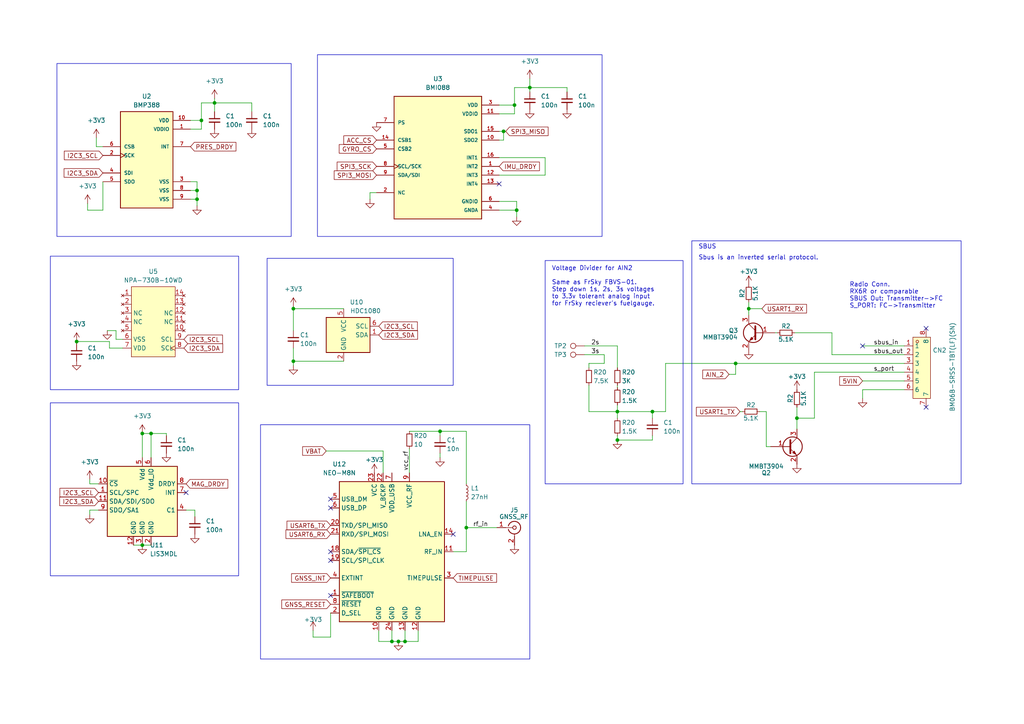
<source format=kicad_sch>
(kicad_sch (version 20230121) (generator eeschema)
  (paper "A4")
  (lib_symbols
    (symbol "Connector:Conn_Coaxial" (pin_names (offset 1.016) hide)
      (property "Reference" "J" (at 0.254 3.048 0))
      (property "Value" "Conn_Coaxial" (at 2.921 0 90))
      (symbol "Conn_Coaxial_0_1"
        (arc (start -1.778 -0.508) (mid 0.2311 -1.8066) (end 1.778 0) (stroke (width 0.254)))
        (polyline (pts (xy -2.54 0) (xy -0.508 0)))
        (polyline (pts (xy 0 -2.54) (xy 0 -1.778)))
        (circle (center 0 0) (radius 0.508) (stroke (width 0.2032)))
        (arc (start 1.778 0) (mid 0.2099 1.8101) (end -1.778 0.508) (stroke (width 0.254)))
      )
      (symbol "Conn_Coaxial_1_1"
        (pin passive line (at -5.08 0 0) (length 2.54) (name "In") (number "1"))
        (pin passive line (at 0 -5.08 90) (length 2.54) (name "Ext") (number "2"))
      )
    )
    (symbol "Connector:TestPoint" (pin_numbers hide) (pin_names (offset 0.762) hide)
      (property "Reference" "TP" (at 0 6.858 0))
      (property "Value" "TestPoint" (at 0 5.08 0))
      (symbol "TestPoint_0_1"
        (circle (center 0 3.302) (radius 0.762))
      )
      (symbol "TestPoint_1_1"
        (pin passive line (at 0 0 90) (length 2.54) (name "1") (number "1"))
      )
    )
    (symbol "Custom3:BMI088" (pin_names (offset 1.016))
      (property "Reference" "U" (at -12.7 18.415 0))
      (property "Value" "BMI088" (at -12.7 -20.32 0))
      (symbol "BMI088_0_0"
        (rectangle (start -12.7 -17.78) (end 12.7 17.78) (stroke (width 0.254)) (fill (type background)))
        (pin bidirectional line (at 17.78 -2.54 180) (length 5.08) (name "INT2") (number "1"))
        (pin output line (at 17.78 5.08 180) (length 5.08) (name "SDO2") (number "10"))
        (pin power_in line (at 17.78 12.7 180) (length 5.08) (name "VDDIO") (number "11"))
        (pin bidirectional line (at 17.78 -5.08 180) (length 5.08) (name "INT3") (number "12"))
        (pin bidirectional line (at 17.78 -7.62 180) (length 5.08) (name "INT4") (number "13"))
        (pin input line (at -17.78 5.08 0) (length 5.08) (name "CSB1") (number "14"))
        (pin output line (at 17.78 7.62 180) (length 5.08) (name "SDO1") (number "15"))
        (pin bidirectional line (at 17.78 0 180) (length 5.08) (name "INT1") (number "16"))
        (pin passive line (at -17.78 -10.16 0) (length 5.08) (name "NC") (number "2"))
        (pin power_in line (at 17.78 15.24 180) (length 5.08) (name "VDD") (number "3"))
        (pin power_in line (at 17.78 -15.24 180) (length 5.08) (name "GNDA") (number "4"))
        (pin input line (at -17.78 2.54 0) (length 5.08) (name "CSB2") (number "5"))
        (pin power_in line (at 17.78 -12.7 180) (length 5.08) (name "GNDIO") (number "6"))
        (pin input line (at -17.78 10.16 0) (length 5.08) (name "PS") (number "7"))
        (pin input clock (at -17.78 -2.54 0) (length 5.08) (name "SCL/SCK") (number "8"))
        (pin bidirectional line (at -17.78 -5.08 0) (length 5.08) (name "SDA/SDI") (number "9"))
      )
    )
    (symbol "Custom3:BMP388" (pin_names (offset 1.016))
      (property "Reference" "U" (at -7.6281 15.2562 0))
      (property "Value" "BMP388" (at -7.6268 -15.2536 0))
      (symbol "BMP388_0_0"
        (rectangle (start -7.62 15.24) (end 7.62 -12.7) (stroke (width 0.254)) (fill (type background)))
        (pin power_in line (at 12.7 10.16 180) (length 5.08) (name "VDDIO") (number "1"))
        (pin power_in line (at 12.7 12.7 180) (length 5.08) (name "VDD") (number "10"))
        (pin input clock (at -12.7 2.54 0) (length 5.08) (name "SCK") (number "2"))
        (pin power_in line (at 12.7 -5.08 180) (length 5.08) (name "VSS") (number "3"))
        (pin bidirectional line (at -12.7 -2.54 0) (length 5.08) (name "SDI") (number "4"))
        (pin bidirectional line (at -12.7 -5.08 0) (length 5.08) (name "SDO") (number "5"))
        (pin input line (at -12.7 5.08 0) (length 5.08) (name "CSB") (number "6"))
        (pin output line (at 12.7 5.08 180) (length 5.08) (name "INT") (number "7"))
        (pin power_in line (at 12.7 -7.62 180) (length 5.08) (name "VSS") (number "8"))
        (pin power_in line (at 12.7 -10.16 180) (length 5.08) (name "VSS") (number "9"))
      )
    )
    (symbol "Device:C_Small" (pin_numbers hide) (pin_names (offset 0.254) hide)
      (property "Reference" "C" (at 0.254 1.778 0))
      (property "Value" "C_Small" (at 0.254 -2.032 0))
      (symbol "C_Small_0_1"
        (polyline (pts (xy -1.524 -0.508) (xy 1.524 -0.508)) (stroke (width 0.3302)))
        (polyline (pts (xy -1.524 0.508) (xy 1.524 0.508)) (stroke (width 0.3048)))
      )
      (symbol "C_Small_1_1"
        (pin passive line (at 0 2.54 270) (length 2.032) (name "~") (number "1"))
        (pin passive line (at 0 -2.54 90) (length 2.032) (name "~") (number "2"))
      )
    )
    (symbol "Device:L_Small" (pin_numbers hide) (pin_names (offset 0.254) hide)
      (property "Reference" "L" (at 0.762 1.016 0))
      (property "Value" "L_Small" (at 0.762 -1.016 0))
      (symbol "L_Small_0_1"
        (arc (start 0 -2.032) (mid 0.5058 -1.524) (end 0 -1.016))
        (arc (start 0 -1.016) (mid 0.5058 -0.508) (end 0 0))
        (arc (start 0 0) (mid 0.5058 0.508) (end 0 1.016))
        (arc (start 0 1.016) (mid 0.5058 1.524) (end 0 2.032))
      )
      (symbol "L_Small_1_1"
        (pin passive line (at 0 2.54 270) (length 0.508) (name "~") (number "1"))
        (pin passive line (at 0 -2.54 90) (length 0.508) (name "~") (number "2"))
      )
    )
    (symbol "Device:R_Small" (pin_numbers hide) (pin_names (offset 0.254) hide)
      (property "Reference" "R" (at 0.762 0.508 0))
      (property "Value" "R_Small" (at 0.762 -1.016 0))
      (symbol "R_Small_0_1"
        (rectangle (start -0.762 1.778) (end 0.762 -1.778) (stroke (width 0.2032)))
      )
      (symbol "R_Small_1_1"
        (pin passive line (at 0 2.54 270) (length 0.762) (name "~") (number "1"))
        (pin passive line (at 0 -2.54 90) (length 0.762) (name "~") (number "2"))
      )
    )
    (symbol "LCSC:BM06B-SRSS-TBT(LF)(SN)"
      (property "Reference" "CN" (at 0 16.51 0))
      (property "Value" "BM06B-SRSS-TBT(LF)(SN)" (at 0 -16.51 0))
      (symbol "BM06B-SRSS-TBT(LF)(SN)_0_1"
        (rectangle (start -1.27 8.89) (end 3.81 -8.89) (fill (type background)))
        (circle (center 0 7.62) (radius 0.38))
        (pin unspecified line (at -3.81 6.35 0) (length 2.54) (name "1") (number "1"))
        (pin unspecified line (at -3.81 3.81 0) (length 2.54) (name "2") (number "2"))
        (pin unspecified line (at -3.81 1.27 0) (length 2.54) (name "3") (number "3"))
        (pin unspecified line (at -3.81 -1.27 0) (length 2.54) (name "4") (number "4"))
        (pin unspecified line (at -3.81 -3.81 0) (length 2.54) (name "5") (number "5"))
        (pin unspecified line (at -3.81 -6.35 0) (length 2.54) (name "6") (number "6"))
        (pin unspecified line (at 2.54 -11.43 90) (length 2.54) (name "7") (number "7"))
        (pin unspecified line (at 2.54 11.43 270) (length 2.54) (name "8") (number "8"))
      )
    )
    (symbol "RF_GPS:NEO-M8N"
      (property "Reference" "U" (at -13.97 21.59 0))
      (property "Value" "NEO-M8N" (at 11.43 21.59 0))
      (symbol "NEO-M8N_0_1"
        (rectangle (start -15.24 20.32) (end 15.24 -20.32) (stroke (width 0.254)) (fill (type background)))
      )
      (symbol "NEO-M8N_1_1"
        (pin input line (at -17.78 -12.7 0) (length 2.54) (name "~{SAFEBOOT}") (number "1"))
        (pin power_in line (at -3.81 -22.86 90) (length 2.54) (name "GND") (number "10"))
        (pin input line (at 17.78 0 180) (length 2.54) (name "RF_IN") (number "11"))
        (pin power_in line (at 7.62 -22.86 90) (length 2.54) (name "GND") (number "12"))
        (pin power_in line (at 3.81 -22.86 90) (length 2.54) (name "GND") (number "13"))
        (pin output line (at 17.78 5.08 180) (length 2.54) (name "LNA_EN") (number "14"))
        (pin no_connect line (at 15.24 -10.16 180) (length 2.54) hide (name "RESERVED") (number "15"))
        (pin no_connect line (at 15.24 -12.7 180) (length 2.54) hide (name "RESERVED") (number "16"))
        (pin no_connect line (at 15.24 -15.24 180) (length 2.54) hide (name "RESERVED") (number "17"))
        (pin bidirectional line (at -17.78 0 0) (length 2.54) (name "SDA/~{SPI_CS}") (number "18"))
        (pin input line (at -17.78 -2.54 0) (length 2.54) (name "SCL/SPI_CLK") (number "19"))
        (pin input line (at -17.78 -17.78 0) (length 2.54) (name "D_SEL") (number "2"))
        (pin output line (at -17.78 7.62 0) (length 2.54) (name "TXD/SPI_MISO") (number "20"))
        (pin input line (at -17.78 5.08 0) (length 2.54) (name "RXD/SPI_MOSI") (number "21"))
        (pin power_in line (at -2.54 22.86 270) (length 2.54) (name "V_BCKP") (number "22"))
        (pin power_in line (at -5.08 22.86 270) (length 2.54) (name "VCC") (number "23"))
        (pin power_in line (at 0 -22.86 90) (length 2.54) (name "GND") (number "24"))
        (pin output line (at 17.78 -7.62 180) (length 2.54) (name "TIMEPULSE") (number "3"))
        (pin input line (at -17.78 -7.62 0) (length 2.54) (name "EXTINT") (number "4"))
        (pin bidirectional line (at -17.78 15.24 0) (length 2.54) (name "USB_DM") (number "5"))
        (pin bidirectional line (at -17.78 12.7 0) (length 2.54) (name "USB_DP") (number "6"))
        (pin power_in line (at 0 22.86 270) (length 2.54) (name "VDD_USB") (number "7"))
        (pin input line (at -17.78 -15.24 0) (length 2.54) (name "~{RESET}") (number "8"))
        (pin power_out line (at 5.08 22.86 270) (length 2.54) (name "VCC_RF") (number "9"))
      )
    )
    (symbol "Sensor_Humidity:HDC1080"
      (property "Reference" "U" (at -6.35 6.35 0))
      (property "Value" "HDC1080" (at 3.81 6.35 0))
      (symbol "HDC1080_0_1"
        (rectangle (start -7.62 5.08) (end 5.08 -5.08) (stroke (width 0.254)) (fill (type background)))
      )
      (symbol "HDC1080_1_1"
        (pin bidirectional line (at 7.62 0 180) (length 2.54) (name "SDA") (number "1"))
        (pin power_in line (at -2.54 -7.62 90) (length 2.54) (name "GND") (number "2"))
        (pin no_connect line (at -7.62 0 0) (length 2.54) hide (name "NC") (number "3"))
        (pin no_connect line (at -7.62 -2.54 0) (length 2.54) hide (name "NC") (number "4"))
        (pin power_in line (at -2.54 7.62 270) (length 2.54) (name "VCC") (number "5"))
        (pin input line (at 7.62 2.54 180) (length 2.54) (name "SCL") (number "6"))
        (pin no_connect line (at -7.62 2.54 0) (length 2.54) hide (name "DAP") (number "7"))
      )
    )
    (symbol "Sensor_Magnetic:LIS3MDL"
      (property "Reference" "U11" (at 2.1941 -12.7 0))
      (property "Value" "LIS3MDL" (at 2.1941 -15.24 0))
      (symbol "LIS3MDL_0_1"
        (rectangle (start -10.16 10.16) (end 10.16 -10.16) (stroke (width 0.254)) (fill (type background)))
      )
      (symbol "LIS3MDL_1_1"
        (pin input line (at -12.7 2.54 0) (length 2.54) (name "SCL/SPC") (number "1"))
        (pin input line (at -12.7 5.08 0) (length 2.54) (name "~{CS}") (number "10"))
        (pin bidirectional line (at -12.7 0 0) (length 2.54) (name "SDA/SDI/SDO") (number "11"))
        (pin passive line (at -2.54 -12.7 90) (length 2.54) (name "GND") (number "12"))
        (pin passive line (at 2.54 -12.7 90) (length 2.54) (name "GND") (number "2"))
        (pin power_in line (at 0 -12.7 90) (length 2.54) (name "GND") (number "3"))
        (pin power_out line (at 12.7 -2.54 180) (length 2.54) (name "C1") (number "4"))
        (pin power_in line (at 0 12.7 270) (length 2.54) (name "Vdd") (number "5"))
        (pin power_in line (at 2.54 12.7 270) (length 2.54) (name "Vdd_IO") (number "6"))
        (pin output line (at 12.7 2.54 180) (length 2.54) (name "INT") (number "7"))
        (pin output line (at 12.7 5.08 180) (length 2.54) (name "DRDY") (number "8"))
        (pin bidirectional line (at -12.7 -2.54 0) (length 2.54) (name "SDO/SA1") (number "9"))
      )
    )
    (symbol "Sensor_Pressure:NPA-730B-10WD"
      (property "Reference" "U5" (at 0 13.97 0))
      (property "Value" "NPA-730B-10WD" (at 0 11.43 0))
      (symbol "NPA-730B-10WD_1_1"
        (rectangle (start -6.35 10.16) (end 6.35 -10.16) (fill (type background)))
        (pin no_connect line (at -8.89 7.62 0) (length 2.54) (name "") (number "1"))
        (pin no_connect line (at 8.89 -2.54 180) (length 2.54) (name "") (number "10"))
        (pin no_connect line (at 8.89 0 180) (length 2.54) (name "NC") (number "11"))
        (pin no_connect line (at 8.89 2.54 180) (length 2.54) (name "NC") (number "12"))
        (pin no_connect line (at 8.89 5.08 180) (length 2.54) (name "") (number "13"))
        (pin no_connect line (at 8.89 7.62 180) (length 2.54) (name "") (number "14"))
        (pin no_connect line (at -8.89 5.08 0) (length 2.54) (name "") (number "2"))
        (pin no_connect line (at -8.89 2.54 0) (length 2.54) (name "NC") (number "3"))
        (pin no_connect line (at -8.89 0 0) (length 2.54) (name "NC") (number "4"))
        (pin no_connect line (at -8.89 -2.54 0) (length 2.54) (name "") (number "5"))
        (pin power_in line (at -8.89 -5.08 0) (length 2.54) (name "VSS") (number "6"))
        (pin power_in line (at -8.89 -7.62 0) (length 2.54) (name "VDD") (number "7"))
        (pin input clock (at 8.89 -7.62 180) (length 2.54) (name "SCL") (number "8"))
        (pin input line (at 8.89 -5.08 180) (length 2.54) (name "SCL") (number "9"))
      )
    )
    (symbol "Transistor_BJT:MMBT3904" (pin_names (offset 0) hide)
      (property "Reference" "Q" (at 5.08 1.905 0))
      (property "Value" "MMBT3904" (at 5.08 0 0))
      (symbol "MMBT3904_0_1"
        (polyline (pts (xy 0.635 0.635) (xy 2.54 2.54)))
        (polyline (pts (xy 0.635 -0.635) (xy 2.54 -2.54) (xy 2.54 -2.54)))
        (polyline (pts (xy 0.635 1.905) (xy 0.635 -1.905) (xy 0.635 -1.905)) (stroke (width 0.508)))
        (polyline (pts (xy 1.27 -1.778) (xy 1.778 -1.27) (xy 2.286 -2.286) (xy 1.27 -1.778) (xy 1.27 -1.778)) (fill (type outline)))
        (circle (center 1.27 0) (radius 2.8194) (stroke (width 0.254)))
      )
      (symbol "MMBT3904_1_1"
        (pin input line (at -5.08 0 0) (length 5.715) (name "B") (number "1"))
        (pin passive line (at 2.54 -5.08 90) (length 2.54) (name "E") (number "2"))
        (pin passive line (at 2.54 5.08 270) (length 2.54) (name "C") (number "3"))
      )
    )
    (symbol "power:+3V3" (power) (pin_names (offset 0))
      (property "Value" "+3V3" (at 0 3.556 0))
      (symbol "+3V3_0_1"
        (polyline (pts (xy -0.762 1.27) (xy 0 2.54)))
        (polyline (pts (xy 0 0) (xy 0 2.54)))
        (polyline (pts (xy 0 2.54) (xy 0.762 1.27)))
      )
      (symbol "+3V3_1_1"
        (pin power_in line (at 0 0 90) (length 0) hide (name "+3V3") (number "1"))
      )
    )
    (symbol "power:GND" (power) (pin_names (offset 0))
      (property "Value" "GND" (at 0 -3.81 0))
      (symbol "GND_0_1"
        (polyline (pts (xy 0 0) (xy 0 -1.27) (xy 1.27 -1.27) (xy 0 -2.54) (xy -1.27 -1.27) (xy 0 -1.27)))
      )
      (symbol "GND_1_1"
        (pin power_in line (at 0 0 270) (length 0) hide (name "GND") (number "1"))
      )
    )
  )
  (junction (at 85.09 89.535))
  (junction (at 22.225 99.06))
  (junction (at 146.05 38.1))
  (junction (at 117.475 186.055))
  (junction (at 113.665 186.055))
  (junction (at 115.57 186.055))
  (junction (at 57.15 57.785))
  (junction (at 179.07 119.38))
  (junction (at 213.36 105.41))
  (junction (at 41.275 158.115))
  (junction (at 153.67 25.4))
  (junction (at 135.255 153.035))
  (junction (at 43.815 125.73))
  (junction (at 41.275 125.73))
  (junction (at 149.86 60.96))
  (junction (at 58.42 34.925))
  (junction (at 57.15 55.245))
  (junction (at 149.225 30.48))
  (junction (at 62.23 29.845))
  (junction (at 231.14 121.285))
  (junction (at 85.09 104.775))
  (junction (at 127.635 125.095))
  (junction (at 217.17 89.535))
  (junction (at 179.07 127.635))
  (junction (at 189.23 119.38))
  (no_connect (at 268.605 95.25))
  (no_connect (at 95.885 144.78))
  (no_connect (at 53.975 142.875))
  (no_connect (at 95.885 162.56))
  (no_connect (at 95.885 160.02))
  (no_connect (at 95.885 147.32))
  (no_connect (at 95.885 172.72))
  (no_connect (at 144.78 53.34))
  (no_connect (at 250.19 100.33))
  (no_connect (at 131.445 154.94))
  (no_connect (at 268.605 118.11))
  (wire (pts (xy 153.67 25.4) (xy 164.465 25.4)))
  (wire (pts (xy 250.19 113.03) (xy 262.255 113.03)))
  (wire (pts (xy 109.855 186.055) (xy 113.665 186.055)))
  (wire (pts (xy 164.465 25.4) (xy 164.465 26.67)))
  (wire (pts (xy 149.225 30.48) (xy 149.225 33.02)))
  (wire (pts (xy 211.455 108.585) (xy 213.36 108.585)))
  (wire (pts (xy 31.75 100.965) (xy 31.75 99.06)))
  (wire (pts (xy 109.22 55.88) (xy 107.315 55.88)))
  (wire (pts (xy 217.17 89.535) (xy 217.17 87.63)))
  (wire (pts (xy 158.115 50.8) (xy 158.115 45.72)))
  (wire (pts (xy 118.745 125.095) (xy 127.635 125.095)))
  (wire (pts (xy 118.745 130.175) (xy 118.745 137.16)))
  (wire (pts (xy 121.285 186.055) (xy 121.285 182.88)))
  (wire (pts (xy 146.05 40.64) (xy 146.05 38.1)))
  (wire (pts (xy 33.655 98.425) (xy 33.655 95.885)))
  (wire (pts (xy 179.07 111.76) (xy 179.07 112.395)))
  (wire (pts (xy 236.22 107.95) (xy 236.22 121.285)))
  (wire (pts (xy 113.665 182.88) (xy 113.665 186.055)))
  (wire (pts (xy 62.23 29.845) (xy 73.025 29.845)))
  (wire (pts (xy 95.885 184.785) (xy 90.805 184.785)))
  (wire (pts (xy 144.78 30.48) (xy 149.225 30.48)))
  (wire (pts (xy 189.23 119.38) (xy 193.04 119.38)))
  (wire (pts (xy 144.78 38.1) (xy 146.05 38.1)))
  (wire (pts (xy 175.26 102.87) (xy 169.545 102.87)))
  (wire (pts (xy 94.615 130.81) (xy 111.125 130.81)))
  (wire (pts (xy 158.115 45.72) (xy 144.78 45.72)))
  (wire (pts (xy 149.225 25.4) (xy 153.67 25.4)))
  (wire (pts (xy 62.23 28.575) (xy 62.23 29.845)))
  (wire (pts (xy 149.86 58.42) (xy 149.86 60.96)))
  (wire (pts (xy 55.245 57.785) (xy 57.15 57.785)))
  (wire (pts (xy 43.815 125.73) (xy 43.815 132.715)))
  (wire (pts (xy 26.035 147.955) (xy 26.035 149.225)))
  (wire (pts (xy 55.245 55.245) (xy 57.15 55.245)))
  (wire (pts (xy 241.3 102.87) (xy 241.3 96.52)))
  (wire (pts (xy 28.575 147.955) (xy 26.035 147.955)))
  (wire (pts (xy 220.345 119.38) (xy 222.25 119.38)))
  (wire (pts (xy 56.515 149.86) (xy 56.515 147.955)))
  (wire (pts (xy 153.67 22.86) (xy 153.67 25.4)))
  (wire (pts (xy 29.845 52.705) (xy 29.845 60.96)))
  (wire (pts (xy 58.42 29.845) (xy 62.23 29.845)))
  (wire (pts (xy 26.035 140.335) (xy 26.035 139.065)))
  (wire (pts (xy 35.56 98.425) (xy 33.655 98.425)))
  (wire (pts (xy 241.3 102.87) (xy 262.255 102.87)))
  (wire (pts (xy 31.115 95.885) (xy 33.655 95.885)))
  (wire (pts (xy 153.67 25.4) (xy 153.67 26.67)))
  (wire (pts (xy 28.575 140.335) (xy 26.035 140.335)))
  (wire (pts (xy 57.15 52.705) (xy 57.15 55.245)))
  (wire (pts (xy 135.255 145.415) (xy 135.255 153.035)))
  (wire (pts (xy 179.07 117.475) (xy 179.07 119.38)))
  (wire (pts (xy 222.25 119.38) (xy 222.25 129.54)))
  (wire (pts (xy 41.275 132.715) (xy 41.275 125.73)))
  (wire (pts (xy 111.125 137.16) (xy 111.125 130.81)))
  (wire (pts (xy 189.23 119.38) (xy 189.23 121.285)))
  (wire (pts (xy 55.245 34.925) (xy 58.42 34.925)))
  (wire (pts (xy 170.815 119.38) (xy 179.07 119.38)))
  (wire (pts (xy 170.815 111.76) (xy 170.815 119.38)))
  (wire (pts (xy 31.75 99.06) (xy 22.225 99.06)))
  (wire (pts (xy 25.4 60.96) (xy 25.4 59.055)))
  (wire (pts (xy 250.19 110.49) (xy 262.255 110.49)))
  (wire (pts (xy 189.23 126.365) (xy 189.23 127.635)))
  (wire (pts (xy 85.09 106.045) (xy 85.09 104.775)))
  (wire (pts (xy 57.15 55.245) (xy 57.15 57.785)))
  (wire (pts (xy 127.635 125.095) (xy 127.635 126.365)))
  (wire (pts (xy 193.04 119.38) (xy 193.04 105.41)))
  (wire (pts (xy 144.78 40.64) (xy 146.05 40.64)))
  (wire (pts (xy 57.15 57.785) (xy 57.15 59.69)))
  (wire (pts (xy 127.635 125.095) (xy 135.255 125.095)))
  (wire (pts (xy 107.315 55.88) (xy 107.315 57.785)))
  (wire (pts (xy 250.19 100.33) (xy 262.255 100.33)))
  (wire (pts (xy 41.275 125.73) (xy 43.815 125.73)))
  (wire (pts (xy 230.505 96.52) (xy 241.3 96.52)))
  (wire (pts (xy 48.26 125.73) (xy 43.815 125.73)))
  (wire (pts (xy 135.255 160.02) (xy 131.445 160.02)))
  (wire (pts (xy 146.05 38.1) (xy 146.685 38.1)))
  (wire (pts (xy 144.78 33.02) (xy 149.225 33.02)))
  (wire (pts (xy 135.255 125.095) (xy 135.255 140.335)))
  (wire (pts (xy 115.57 186.055) (xy 117.475 186.055)))
  (wire (pts (xy 85.09 104.775) (xy 99.695 104.775)))
  (wire (pts (xy 62.23 29.845) (xy 62.23 32.385)))
  (wire (pts (xy 85.09 104.775) (xy 85.09 100.965)))
  (wire (pts (xy 22.225 99.06) (xy 22.225 99.695)))
  (wire (pts (xy 193.04 105.41) (xy 213.36 105.41)))
  (wire (pts (xy 179.07 119.38) (xy 189.23 119.38)))
  (wire (pts (xy 90.805 184.785) (xy 90.805 182.88)))
  (wire (pts (xy 99.695 89.535) (xy 85.09 89.535)))
  (wire (pts (xy 222.25 129.54) (xy 223.52 129.54)))
  (wire (pts (xy 41.275 158.115) (xy 43.815 158.115)))
  (wire (pts (xy 213.36 105.41) (xy 262.255 105.41)))
  (wire (pts (xy 236.22 107.95) (xy 262.255 107.95)))
  (wire (pts (xy 55.245 52.705) (xy 57.15 52.705)))
  (wire (pts (xy 236.22 121.285) (xy 231.14 121.285)))
  (wire (pts (xy 55.245 37.465) (xy 58.42 37.465)))
  (wire (pts (xy 179.07 119.38) (xy 179.07 121.285)))
  (wire (pts (xy 169.545 100.33) (xy 179.07 100.33)))
  (wire (pts (xy 149.225 25.4) (xy 149.225 30.48)))
  (wire (pts (xy 127.635 131.445) (xy 127.635 132.715)))
  (wire (pts (xy 217.17 91.44) (xy 217.17 89.535)))
  (wire (pts (xy 117.475 186.055) (xy 121.285 186.055)))
  (wire (pts (xy 170.815 106.68) (xy 170.815 105.41)))
  (wire (pts (xy 58.42 37.465) (xy 58.42 34.925)))
  (wire (pts (xy 95.885 177.8) (xy 95.885 184.785)))
  (wire (pts (xy 225.425 96.52) (xy 224.79 96.52)))
  (wire (pts (xy 213.36 108.585) (xy 213.36 105.41)))
  (wire (pts (xy 231.14 118.11) (xy 231.14 121.285)))
  (wire (pts (xy 113.665 186.055) (xy 115.57 186.055)))
  (wire (pts (xy 27.94 42.545) (xy 27.94 40.005)))
  (wire (pts (xy 144.78 58.42) (xy 149.86 58.42)))
  (wire (pts (xy 217.17 89.535) (xy 220.98 89.535)))
  (wire (pts (xy 29.845 42.545) (xy 27.94 42.545)))
  (wire (pts (xy 214.63 119.38) (xy 215.265 119.38)))
  (wire (pts (xy 231.14 121.285) (xy 231.14 124.46)))
  (wire (pts (xy 179.07 100.33) (xy 179.07 106.68)))
  (wire (pts (xy 135.255 153.035) (xy 135.255 160.02)))
  (wire (pts (xy 38.735 158.115) (xy 41.275 158.115)))
  (wire (pts (xy 179.07 127.635) (xy 189.23 127.635)))
  (wire (pts (xy 135.255 153.035) (xy 144.145 153.035)))
  (wire (pts (xy 109.855 182.88) (xy 109.855 186.055)))
  (wire (pts (xy 144.78 50.8) (xy 158.115 50.8)))
  (wire (pts (xy 170.815 105.41) (xy 175.26 105.41)))
  (wire (pts (xy 250.19 113.03) (xy 250.19 115.57)))
  (wire (pts (xy 85.09 89.535) (xy 85.09 95.885)))
  (wire (pts (xy 73.025 29.845) (xy 73.025 32.385)))
  (wire (pts (xy 56.515 147.955) (xy 53.975 147.955)))
  (wire (pts (xy 58.42 34.925) (xy 58.42 29.845)))
  (wire (pts (xy 149.86 60.96) (xy 144.78 60.96)))
  (wire (pts (xy 179.07 126.365) (xy 179.07 127.635)))
  (wire (pts (xy 29.845 60.96) (xy 25.4 60.96)))
  (wire (pts (xy 175.26 102.87) (xy 175.26 105.41)))
  (wire (pts (xy 149.86 62.865) (xy 149.86 60.96)))
  (wire (pts (xy 35.56 100.965) (xy 31.75 100.965)))
  (wire (pts (xy 117.475 182.88) (xy 117.475 186.055)))
  (wire (pts (xy 48.26 126.365) (xy 48.26 125.73)))
  (wire (pts (xy 85.09 89.535) (xy 85.09 88.9)))
  (rectangle (start 77.47 74.93) (end 131.445 111.76))
  (rectangle (start 75.565 123.19) (end 153.67 191.135))
  (rectangle (start 14.605 74.295) (end 69.215 113.03))
  (rectangle (start 158.115 75.565) (end 198.12 140.335))
  (rectangle (start 14.605 116.84) (end 69.215 167.005))
  (rectangle (start 16.51 18.415) (end 84.455 68.58))
  (rectangle (start 92.075 15.875) (end 174.625 68.58))
  (rectangle (start 200.66 69.85) (end 278.765 140.335))
  (text "Voltage Divider for AIN2\n\nSame as FrSky FBVS-01.\nStep down 1s, 2s, 3s voltages\nto 3.3v tolerant analog input\nfor FrSky reciever's fuelgauge." (at 160.02 88.9 0) (effects (font (size 1.27 1.27)) (justify left bottom)))
  (text "Radio Conn. \nRX6R or comparable\nSBUS Out: Transmitter->FC\nS_PORT: FC->Transmitter" (at 246.38 89.535 0) (effects (font (size 1.27 1.27)) (justify left bottom)))
  (text "Sbus is an inverted serial protocol." (at 202.565 75.565 0) (effects (font (size 1.27 1.27)) (justify left bottom)))
  (text "SBUS" (at 202.565 72.39 0) (effects (font (size 1.27 1.27)) (justify left bottom)))
  (label "sbus_out" (at 253.365 102.87 0))
  (label "sbus_in" (at 253.365 100.33 0))
  (label "s_port" (at 253.365 107.95 0))
  (label "2s" (at 171.45 100.33 0))
  (label "3s" (at 171.45 102.87 0))
  (label "rf_in" (at 137.16 153.035 0))
  (label "vcc_rf" (at 118.745 136.525 90))
  (global_label "I2C3_SCL" (shape input) (at 109.855 94.615 0) (property "Intersheetrefs" "${INTERSHEET_REFS}" (effects hide)))
  (global_label "MAG_DRDY" (shape input) (at 53.975 140.335 0) (property "Intersheetrefs" "${INTERSHEET_REFS}" (effects hide)))
  (global_label "GNSS_INT" (shape input) (at 95.885 167.64 180) (property "Intersheetrefs" "${INTERSHEET_REFS}" (effects hide)))
  (global_label "PRES_DRDY" (shape input) (at 55.245 42.545 0) (property "Intersheetrefs" "${INTERSHEET_REFS}" (effects hide)))
  (global_label "GYRO_CS" (shape input) (at 109.22 43.18 180) (property "Intersheetrefs" "${INTERSHEET_REFS}" (effects hide)))
  (global_label "5VIN" (shape input) (at 250.19 110.49 180) (property "Intersheetrefs" "${INTERSHEET_REFS}" (effects hide)))
  (global_label "IMU_DRDY" (shape input) (at 144.78 48.26 0) (property "Intersheetrefs" "${INTERSHEET_REFS}" (effects hide)))
  (global_label "I2C3_SDA" (shape input) (at 29.845 50.165 180) (property "Intersheetrefs" "${INTERSHEET_REFS}" (effects hide)))
  (global_label "SPI3_MOSI" (shape input) (at 109.22 50.8 180) (property "Intersheetrefs" "${INTERSHEET_REFS}" (effects hide)))
  (global_label "I2C3_SDA" (shape input) (at 109.855 97.155 0) (property "Intersheetrefs" "${INTERSHEET_REFS}" (effects hide)))
  (global_label "USART6_TX" (shape input) (at 95.885 152.4 180) (property "Intersheetrefs" "${INTERSHEET_REFS}" (effects hide)))
  (global_label "I2C3_SCL" (shape input) (at 28.575 142.875 180) (property "Intersheetrefs" "${INTERSHEET_REFS}" (effects hide)))
  (global_label "USART1_RX" (shape input) (at 220.98 89.535 0) (property "Intersheetrefs" "${INTERSHEET_REFS}" (effects hide)))
  (global_label "AIN_2" (shape input) (at 211.455 108.585 180) (property "Intersheetrefs" "${INTERSHEET_REFS}" (effects hide)))
  (global_label "I2C3_SCL" (shape input) (at 29.845 45.085 180) (property "Intersheetrefs" "${INTERSHEET_REFS}" (effects hide)))
  (global_label "SPI3_SCK" (shape input) (at 109.22 48.26 180) (property "Intersheetrefs" "${INTERSHEET_REFS}" (effects hide)))
  (global_label "I2C3_SDA" (shape input) (at 28.575 145.415 180) (property "Intersheetrefs" "${INTERSHEET_REFS}" (effects hide)))
  (global_label "ACC_CS" (shape input) (at 109.22 40.64 180) (property "Intersheetrefs" "${INTERSHEET_REFS}" (effects hide)))
  (global_label "I2C3_SDA" (shape input) (at 53.34 100.965 0) (property "Intersheetrefs" "${INTERSHEET_REFS}" (effects hide)))
  (global_label "USART1_TX" (shape input) (at 214.63 119.38 180) (property "Intersheetrefs" "${INTERSHEET_REFS}" (effects hide)))
  (global_label "SPI3_MISO" (shape input) (at 146.685 38.1 0) (property "Intersheetrefs" "${INTERSHEET_REFS}" (effects hide)))
  (global_label "TIMEPULSE" (shape input) (at 131.445 167.64 0) (property "Intersheetrefs" "${INTERSHEET_REFS}" (effects hide)))
  (global_label "USART6_RX" (shape input) (at 95.885 154.94 180) (property "Intersheetrefs" "${INTERSHEET_REFS}" (effects hide)))
  (global_label "I2C3_SCL" (shape input) (at 53.34 98.425 0) (property "Intersheetrefs" "${INTERSHEET_REFS}" (effects hide)))
  (global_label "VBAT" (shape input) (at 94.615 130.81 180) (property "Intersheetrefs" "${INTERSHEET_REFS}" (effects hide)))
  (global_label "GNSS_RESET" (shape input) (at 95.885 175.26 180) (property "Intersheetrefs" "${INTERSHEET_REFS}" (effects hide)))
  (symbol (lib_id "Device:R_Small") (at 217.17 85.09 180) (unit 1)
    (property "Reference" "R2" (at 215.265 85.09 90))
    (property "Value" "5.1K" (at 219.075 85.09 90))
    (property "Footprint" "Resistor_SMD:R_0402_1005Metric" (effects hide))
    (property "LCSC Part" "C25905" (effects hide))
    (instances (project "ollyfc" (path "" (reference "R2") (unit 1))) (project "ollyfc" (path "" (reference "R19") (unit 1))) (project "ofc_v3" (path "" (reference "R15") (unit 1)) (path "" (reference "R17") (unit 1))))
  )
  (symbol (lib_id "power:GND") (at 217.17 101.6 0) (mirror y) (unit 1)
    (property "Reference" "#PWR014" (effects hide))
    (property "Value" "GND" (effects hide))
    (instances (project "ollyfc" (path "" (reference "#PWR014") (unit 1))) (project "ofc_v3" (path "" (reference "#PWR068") (unit 1)) (path "" (reference "#PWR068") (unit 1))))
  )
  (symbol (lib_id "power:+3V3") (at 22.225 99.06 0) (unit 1)
    (property "Reference" "#PWR08" (effects hide))
    (property "Value" "+3V3" (at 22.225 93.98 0))
    (instances (project "ofc_v3" (path "" (reference "#PWR08") (unit 1)) (path "" (reference "#PWR037") (unit 1))))
  )
  (symbol (lib_id "power:GND") (at 109.22 35.56 0) (unit 1)
    (property "Reference" "#PWR010" (effects hide))
    (property "Value" "GND" (effects hide))
    (instances (project "ofc_v3" (path "" (reference "#PWR010") (unit 1)) (path "" (reference "#PWR019") (unit 1))))
  )
  (symbol (lib_id "Device:C_Small") (at 189.23 123.825 0) (unit 1)
    (property "Reference" "C1" (at 192.405 122.5613 0) (effects (justify left)))
    (property "Value" "100n" (at 192.405 125.1013 0) (effects (justify left)))
    (property "Footprint" "Capacitor_SMD:C_0402_1005Metric" (effects hide))
    (instances (project "ofc_v3" (path "" (reference "C1") (unit 1)) (path "" (reference "C24") (unit 1))))
  )
  (symbol (lib_id "power:GND") (at 250.19 115.57 0) (unit 1)
    (property "Reference" "#PWR09" (effects hide))
    (property "Value" "GND" (effects hide))
    (instances (project "ollyfc" (path "" (reference "#PWR09") (unit 1))) (project "ollyfc" (path "" (reference "#PWR030") (unit 1))) (project "ofc_v3" (path "" (reference "#PWR066") (unit 1)) (path "" (reference "#PWR065") (unit 1))))
  )
  (symbol (lib_id "Sensor_Magnetic:LIS3MDL") (at 41.275 145.415 0) (unit 1)
    (property "Reference" "U11" (at 43.4691 158.115 0) (effects (justify left)))
    (property "Value" "LIS3MDL" (at 43.4691 160.655 0) (effects (justify left)))
    (property "Footprint" "Package_LGA:LGA-12_2x2mm_P0.5mm" (effects hide))
    (property "Datasheet" "https://www.st.com/resource/en/datasheet/lis3mdl.pdf" (effects hide))
  )
  (symbol (lib_id "Device:L_Small") (at 135.255 142.875 0) (unit 1)
    (property "Reference" "L1" (at 136.525 141.605 0) (effects (justify left)))
    (property "Value" "27nH" (at 136.525 144.145 0) (effects (justify left)))
    (property "Footprint" "Inductor_SMD:L_0805_2012Metric" (effects hide))
  )
  (symbol (lib_id "power:+3V3") (at 90.805 182.88 0) (unit 1)
    (property "Reference" "#PWR08" (effects hide))
    (property "Value" "+3V3" (at 90.805 179.705 0))
    (instances (project "ofc_v3" (path "" (reference "#PWR08") (unit 1)) (path "" (reference "#PWR082") (unit 1))))
  )
  (symbol (lib_id "power:GND") (at 127.635 132.715 0) (unit 1)
    (property "Reference" "#PWR09" (effects hide))
    (property "Value" "GND" (effects hide))
    (instances (project "ollyfc" (path "" (reference "#PWR09") (unit 1))) (project "ollyfc" (path "" (reference "#PWR030") (unit 1))) (project "ofc_v3" (path "" (reference "#PWR066") (unit 1)) (path "" (reference "#PWR085") (unit 1))))
  )
  (symbol (lib_id "Sensor_Humidity:HDC1080") (at 102.235 97.155 0) (unit 1)
    (property "Reference" "U10" (at 105.41 87.63 0) (effects (justify right)))
    (property "Value" "HDC1080" (at 110.49 90.17 0) (effects (justify right)))
    (property "Footprint" "Package_SON:Texas_PWSON-N6" (effects hide))
    (property "Datasheet" "http://www.ti.com/lit/ds/symlink/hdc1080.pdf" (effects hide))
  )
  (symbol (lib_id "Connector:Conn_Coaxial") (at 149.225 153.035 0) (unit 1)
    (property "Reference" "J5" (at 147.955 147.955 0) (effects (justify left)))
    (property "Value" "GNSS_RF" (at 144.78 149.86 0) (effects (justify left)))
    (property "Footprint" "LCSC:SMA-TH_KH-SMA-KE-Z" (effects hide))
    (property "Datasheet" " ~" (effects hide))
  )
  (symbol (lib_id "power:+3V3") (at 27.94 40.005 0) (unit 1)
    (property "Reference" "#PWR08" (effects hide))
    (property "Value" "+3V3" (at 27.94 34.925 0))
    (instances (project "ofc_v3" (path "" (reference "#PWR08") (unit 1)) (path "" (reference "#PWR023") (unit 1))))
  )
  (symbol (lib_id "power:GND") (at 73.025 37.465 0) (unit 1)
    (property "Reference" "#PWR010" (effects hide))
    (property "Value" "GND" (effects hide))
    (instances (project "ofc_v3" (path "" (reference "#PWR010") (unit 1)) (path "" (reference "#PWR015") (unit 1))))
  )
  (symbol (lib_id "power:+3V3") (at 108.585 137.16 0) (unit 1)
    (property "Reference" "#PWR08" (effects hide))
    (property "Value" "+3V3" (at 108.585 133.35 0))
    (instances (project "ofc_v3" (path "" (reference "#PWR08") (unit 1)) (path "" (reference "#PWR083") (unit 1))))
  )
  (symbol (lib_id "Device:R_Small") (at 170.815 109.22 0) (unit 1)
    (property "Reference" "R20" (at 172.085 107.95 0) (effects (justify left)))
    (property "Value" "7.5K" (at 172.085 110.49 0) (effects (justify left)))
    (property "Footprint" "Resistor_SMD:R_0603_1608Metric" (effects hide))
    (property "LCSC Part" "C23234" (effects hide))
    (instances (project "ollyfc" (path "" (reference "R20") (unit 1))) (project "ofc_v3" (path "" (reference "R8") (unit 1)) (path "" (reference "R23") (unit 1))))
  )
  (symbol (lib_id "power:GND") (at 85.09 106.045 0) (unit 1)
    (property "Reference" "#PWR010" (effects hide))
    (property "Value" "GND" (effects hide))
    (instances (project "ofc_v3" (path "" (reference "#PWR010") (unit 1)) (path "" (reference "#PWR072") (unit 1))))
  )
  (symbol (lib_id "power:GND") (at 179.07 127.635 0) (unit 1)
    (property "Reference" "#PWR09" (effects hide))
    (property "Value" "GND" (effects hide))
    (instances (project "ollyfc" (path "" (reference "#PWR09") (unit 1))) (project "ollyfc" (path "" (reference "#PWR030") (unit 1))) (project "ofc_v3" (path "" (reference "#PWR066") (unit 1)) (path "" (reference "#PWR069") (unit 1))))
  )
  (symbol (lib_id "Device:C_Small") (at 48.26 128.905 0) (unit 1)
    (property "Reference" "C1" (at 51.435 127.6413 0) (effects (justify left)))
    (property "Value" "100n" (at 51.435 130.1813 0) (effects (justify left)))
    (property "Footprint" "Capacitor_SMD:C_0402_1005Metric" (effects hide))
    (instances (project "ofc_v3" (path "" (reference "C1") (unit 1)) (path "" (reference "C28") (unit 1))))
  )
  (symbol (lib_id "Transistor_BJT:MMBT3904") (at 219.71 96.52 0) (mirror y) (unit 1)
    (property "Reference" "Q3" (at 212.725 95.885 0))
    (property "Value" "MMBT3904" (at 208.915 97.79 0))
    (property "Footprint" "Package_TO_SOT_SMD:SOT-23" (effects hide))
    (property "Datasheet" "https://www.onsemi.com/pdf/datasheet/pzt3904-d.pdf" (effects hide))
    (instances (project "ollyfc" (path "" (reference "Q3") (unit 1))) (project "ollyfc" (path "" (reference "Q2") (unit 1))) (project "ofc_v3" (path "" (reference "Q3") (unit 1)) (path "" (reference "Q3") (unit 1))))
  )
  (symbol (lib_id "Device:R_Small") (at 118.745 127.635 0) (unit 1)
    (property "Reference" "R20" (at 120.015 126.365 0) (effects (justify left)))
    (property "Value" "10" (at 120.015 128.905 0) (effects (justify left)))
    (property "Footprint" "Resistor_SMD:R_0603_1608Metric" (effects hide))
    (instances (project "ollyfc" (path "" (reference "R20") (unit 1))) (project "ofc_v3" (path "" (reference "R8") (unit 1)) (path "" (reference "R22") (unit 1))))
  )
  (symbol (lib_id "Device:R_Small") (at 217.805 119.38 90) (unit 1)
    (property "Reference" "R2" (at 217.805 117.475 90))
    (property "Value" "5.1K" (at 217.805 121.285 90))
    (property "Footprint" "Resistor_SMD:R_0402_1005Metric" (effects hide))
    (property "LCSC Part" "C25905" (effects hide))
    (instances (project "ollyfc" (path "" (reference "R2") (unit 1))) (project "ollyfc" (path "" (reference "R19") (unit 1))) (project "ofc_v3" (path "" (reference "R15") (unit 1)) (path "" (reference "R15") (unit 1))))
  )
  (symbol (lib_id "Custom3:BMI088") (at 127 45.72 0) (unit 1)
    (property "Reference" "U3" (at 127 22.86 0))
    (property "Value" "BMI088" (at 127 25.4 0))
    (property "Footprint" "LCSC:LGA-16_L4.5-W3.0-P0.50-BL" (effects hide))
    (property "MF" "Bosch Sensortec" (effects hide))
    (property "PURCHASE-URL" "https://pricing.snapeda.com/search/part/BMI088/?ref=eda" (effects hide))
    (property "PACKAGE" "VFLGA-16 Bosch Sensortec" (effects hide))
    (property "PRICE" "None" (effects hide))
    (property "Package" "VFLGA-16 Bosch Sensortec" (effects hide))
    (property "Check_prices" "https://www.snapeda.com/parts/BMI088/Bosch+Sensortec/view-part/?ref=eda" (effects hide))
    (property "Price" "None" (effects hide))
    (property "SnapEDA_Link" "https://www.snapeda.com/parts/BMI088/Bosch+Sensortec/view-part/?ref=snap" (effects hide))
    (property "MP" "BMI088" (effects hide))
    (property "Purchase-URL" "https://www.snapeda.com/api/url_track_click_mouser/?unipart_id=2774026&manufacturer=Bosch Sensortec&part_name=BMI088&search_term=None" (effects hide))
    (property "Description" "\nAccelerometer, Gyroscope, 6 Axis Sensor I²C, SPI Output\n" (effects hide))
    (property "Availability" "In Stock" (effects hide))
    (property "AVAILABILITY" "In Stock" (effects hide))
    (property "DESCRIPTION" "Accelerometer, Gyroscope, 6 Axis Sensor I²C, SPI Output" (effects hide))
  )
  (symbol (lib_id "LCSC:BM06B-SRSS-TBT(LF)(SN)") (at 266.065 106.68 0) (unit 1)
    (property "Reference" "CN2" (at 270.51 101.6 0) (effects (justify left)))
    (property "Value" "BM06B-SRSS-TBT(LF)(SN)" (at 276.225 119.38 90) (effects (justify left)))
    (property "Footprint" "LCSC:CONN-SMD_BM06B-SRSS-TBT-LF-SN" (effects hide))
    (property "Datasheet" "https://lcsc.com/product-detail/New-Arrivals_JST-Sales-America-BM06B-SRSS-TBT-LF-SN_C495540.html" (effects hide))
    (property "LCSC Part" "C495540" (effects hide))
  )
  (symbol (lib_id "Device:C_Small") (at 153.67 29.21 0) (unit 1)
    (property "Reference" "C1" (at 156.845 27.9463 0) (effects (justify left)))
    (property "Value" "100n" (at 156.845 30.4863 0) (effects (justify left)))
    (property "Footprint" "Capacitor_SMD:C_0402_1005Metric" (effects hide))
    (instances (project "ofc_v3" (path "" (reference "C1") (unit 1)) (path "" (reference "C13") (unit 1))))
  )
  (symbol (lib_id "power:+3V3") (at 25.4 59.055 0) (unit 1)
    (property "Reference" "#PWR08" (effects hide))
    (property "Value" "+3V3" (at 25.4 53.975 0))
    (instances (project "ofc_v3" (path "" (reference "#PWR08") (unit 1)) (path "" (reference "#PWR088") (unit 1))))
  )
  (symbol (lib_id "power:GND") (at 231.14 134.62 0) (unit 1)
    (property "Reference" "#PWR09" (effects hide))
    (property "Value" "GND" (effects hide))
    (instances (project "ollyfc" (path "" (reference "#PWR09") (unit 1))) (project "ollyfc" (path "" (reference "#PWR030") (unit 1))) (project "ofc_v3" (path "" (reference "#PWR066") (unit 1)) (path "" (reference "#PWR064") (unit 1))))
  )
  (symbol (lib_id "Device:C_Small") (at 56.515 152.4 0) (unit 1)
    (property "Reference" "C1" (at 59.69 151.1363 0) (effects (justify left)))
    (property "Value" "100n" (at 59.69 153.6763 0) (effects (justify left)))
    (property "Footprint" "Capacitor_SMD:C_0402_1005Metric" (effects hide))
    (instances (project "ofc_v3" (path "" (reference "C1") (unit 1)) (path "" (reference "C29") (unit 1))))
  )
  (symbol (lib_id "Custom3:BMP388") (at 42.545 47.625 0) (unit 1)
    (property "Reference" "U2" (at 42.545 27.94 0))
    (property "Value" "BMP388" (at 42.545 30.48 0))
    (property "Footprint" "LCSC:SENSORM-SMD_BMP388" (effects hide))
    (property "MF" "Bosch Sensortec" (effects hide))
    (property "Description" "\nPressure Sensor 4.35PSI ~ 18.13PSI (30kPa ~ 125kPa) Absolute - - 10-WFLGA\n" (effects hide))
    (property "Package" "WFLGA-10 Bosch Tools" (effects hide))
    (property "Price" "None" (effects hide))
    (property "Check_prices" "https://www.snapeda.com/parts/BMP388/Bosch+Sensortec/view-part/?ref=eda" (effects hide))
    (property "STANDARD" "IPC 7351B" (effects hide))
    (property "PARTREV" "1.1" (effects hide))
    (property "SnapEDA_Link" "https://www.snapeda.com/parts/BMP388/Bosch+Sensortec/view-part/?ref=snap" (effects hide))
    (property "MP" "BMP388" (effects hide))
    (property "Purchase-URL" "https://www.snapeda.com/api/url_track_click_mouser/?unipart_id=2747857&manufacturer=Bosch Sensortec&part_name=BMP388&search_term=None" (effects hide))
    (property "Availability" "In Stock" (effects hide))
    (property "MANUFACTURER" "BOSCH" (effects hide))
  )
  (symbol (lib_id "power:GND") (at 115.57 186.055 0) (unit 1)
    (property "Reference" "#PWR09" (effects hide))
    (property "Value" "GND" (effects hide))
    (instances (project "ollyfc" (path "" (reference "#PWR09") (unit 1))) (project "ollyfc" (path "" (reference "#PWR030") (unit 1))) (project "ofc_v3" (path "" (reference "#PWR066") (unit 1)) (path "" (reference "#PWR081") (unit 1))))
  )
  (symbol (lib_id "power:+3V3") (at 153.67 22.86 0) (unit 1)
    (property "Reference" "#PWR08" (effects hide))
    (property "Value" "+3V3" (at 153.67 17.78 0))
    (instances (project "ofc_v3" (path "" (reference "#PWR08") (unit 1)) (path "" (reference "#PWR020") (unit 1))))
  )
  (symbol (lib_id "Device:C_Small") (at 127.635 128.905 0) (unit 1)
    (property "Reference" "C1" (at 129.54 127.635 0) (effects (justify left)))
    (property "Value" "10n" (at 129.54 130.175 0) (effects (justify left)))
    (property "Footprint" "Capacitor_SMD:C_0402_1005Metric" (effects hide))
    (instances (project "ofc_v3" (path "" (reference "C1") (unit 1)) (path "" (reference "C34") (unit 1))))
  )
  (symbol (lib_id "power:GND") (at 62.23 37.465 0) (unit 1)
    (property "Reference" "#PWR010" (effects hide))
    (property "Value" "GND" (effects hide))
    (instances (project "ofc_v3" (path "" (reference "#PWR010") (unit 1)) (path "" (reference "#PWR014") (unit 1))))
  )
  (symbol (lib_id "power:GND") (at 41.275 158.115 0) (unit 1)
    (property "Reference" "#PWR010" (effects hide))
    (property "Value" "GND" (effects hide))
    (instances (project "ofc_v3" (path "" (reference "#PWR010") (unit 1)) (path "" (reference "#PWR078") (unit 1))))
  )
  (symbol (lib_id "power:GND") (at 56.515 154.94 0) (unit 1)
    (property "Reference" "#PWR010" (effects hide))
    (property "Value" "GND" (effects hide))
    (instances (project "ofc_v3" (path "" (reference "#PWR010") (unit 1)) (path "" (reference "#PWR077") (unit 1))))
  )
  (symbol (lib_id "Device:C_Small") (at 85.09 98.425 0) (unit 1)
    (property "Reference" "C1" (at 86.995 97.155 0) (effects (justify left)))
    (property "Value" "100n" (at 86.995 99.695 0) (effects (justify left)))
    (property "Footprint" "Capacitor_SMD:C_0402_1005Metric" (effects hide))
    (instances (project "ofc_v3" (path "" (reference "C1") (unit 1)) (path "" (reference "C27") (unit 1))))
  )
  (symbol (lib_id "Device:R_Small") (at 179.07 109.22 0) (unit 1)
    (property "Reference" "R20" (at 180.34 107.95 0) (effects (justify left)))
    (property "Value" "3K" (at 180.34 110.49 0) (effects (justify left)))
    (property "Footprint" "Resistor_SMD:R_0603_1608Metric" (effects hide))
    (property "LCSC Part" "C4211" (effects hide))
    (instances (project "ollyfc" (path "" (reference "R20") (unit 1))) (project "ofc_v3" (path "" (reference "R8") (unit 1)) (path "" (reference "R20") (unit 1))))
  )
  (symbol (lib_id "Device:C_Small") (at 62.23 34.925 0) (unit 1)
    (property "Reference" "C1" (at 65.405 33.6613 0) (effects (justify left)))
    (property "Value" "100n" (at 65.405 36.2013 0) (effects (justify left)))
    (property "Footprint" "Capacitor_SMD:C_0402_1005Metric" (effects hide))
    (instances (project "ofc_v3" (path "" (reference "C1") (unit 1)) (path "" (reference "C12") (unit 1))))
  )
  (symbol (lib_id "power:+3V3") (at 26.035 139.065 0) (unit 1)
    (property "Reference" "#PWR08" (effects hide))
    (property "Value" "+3V3" (at 26.035 133.985 0))
    (instances (project "ofc_v3" (path "" (reference "#PWR08") (unit 1)) (path "" (reference "#PWR073") (unit 1))))
  )
  (symbol (lib_id "Connector:TestPoint") (at 169.545 102.87 90) (unit 1)
    (property "Reference" "TP3" (at 162.56 102.87 90))
    (property "Value" "TestPoint" (effects hide))
    (property "Footprint" "TestPoint:TestPoint_Pad_2.0x2.0mm" (effects hide))
  )
  (symbol (lib_id "Device:C_Small") (at 73.025 34.925 0) (unit 1)
    (property "Reference" "C1" (at 76.2 33.6613 0) (effects (justify left)))
    (property "Value" "100n" (at 76.2 36.2013 0) (effects (justify left)))
    (property "Footprint" "Capacitor_SMD:C_0402_1005Metric" (effects hide))
    (instances (project "ofc_v3" (path "" (reference "C1") (unit 1)) (path "" (reference "C11") (unit 1))))
  )
  (symbol (lib_id "power:GND") (at 149.225 158.115 0) (unit 1)
    (property "Reference" "#PWR09" (effects hide))
    (property "Value" "GND" (effects hide))
    (instances (project "ollyfc" (path "" (reference "#PWR09") (unit 1))) (project "ollyfc" (path "" (reference "#PWR030") (unit 1))) (project "ofc_v3" (path "" (reference "#PWR066") (unit 1)) (path "" (reference "#PWR080") (unit 1))))
  )
  (symbol (lib_id "Transistor_BJT:MMBT3904") (at 228.6 129.54 0) (unit 1)
    (property "Reference" "Q2" (at 222.25 137.16 0))
    (property "Value" "MMBT3904" (at 222.25 135.255 0))
    (property "Footprint" "Package_TO_SOT_SMD:SOT-23" (effects hide))
    (property "Datasheet" "https://www.onsemi.com/pdf/datasheet/pzt3904-d.pdf" (effects hide))
    (instances (project "ollyfc" (path "" (reference "Q2") (unit 1))) (project "ollyfc" (path "" (reference "Q1") (unit 1))) (project "ofc_v3" (path "" (reference "Q2") (unit 1)) (path "" (reference "Q2") (unit 1))))
  )
  (symbol (lib_id "power:GND") (at 149.86 62.865 0) (unit 1)
    (property "Reference" "#PWR010" (effects hide))
    (property "Value" "GND" (effects hide))
    (instances (project "ofc_v3" (path "" (reference "#PWR010") (unit 1)) (path "" (reference "#PWR025") (unit 1))))
  )
  (symbol (lib_id "Connector:TestPoint") (at 169.545 100.33 90) (unit 1)
    (property "Reference" "TP2" (at 162.56 100.33 90))
    (property "Value" "TestPoint" (effects hide))
    (property "Footprint" "TestPoint:TestPoint_Pad_2.0x2.0mm" (effects hide))
  )
  (symbol (lib_id "RF_GPS:NEO-M8N") (at 113.665 160.02 0) (unit 1)
    (property "Reference" "U12" (at 98.425 134.62 0))
    (property "Value" "NEO-M8N" (at 98.425 137.16 0))
    (property "Footprint" "RF_GPS:ublox_NEO" (effects hide))
    (property "Datasheet" "https://content.u-blox.com/sites/default/files/NEO-M8-FW3_DataSheet_UBX-15031086.pdf" (effects hide))
  )
  (symbol (lib_id "power:+3V3") (at 62.23 28.575 0) (unit 1)
    (property "Reference" "#PWR08" (effects hide))
    (property "Value" "+3V3" (at 62.23 23.495 0))
    (instances (project "ofc_v3" (path "" (reference "#PWR08") (unit 1)) (path "" (reference "#PWR017") (unit 1))))
  )
  (symbol (lib_id "Device:R_Small") (at 231.14 115.57 180) (unit 1)
    (property "Reference" "R2" (at 229.235 115.57 90))
    (property "Value" "5.1K" (at 233.045 115.57 90))
    (property "Footprint" "Resistor_SMD:R_0402_1005Metric" (effects hide))
    (property "LCSC Part" "C25905" (effects hide))
    (instances (project "ollyfc" (path "" (reference "R2") (unit 1))) (project "ollyfc" (path "" (reference "R19") (unit 1))) (project "ofc_v3" (path "" (reference "R15") (unit 1)) (path "" (reference "R14") (unit 1))))
  )
  (symbol (lib_id "power:GND") (at 26.035 149.225 0) (unit 1)
    (property "Reference" "#PWR010" (effects hide))
    (property "Value" "GND" (effects hide))
    (instances (project "ofc_v3" (path "" (reference "#PWR010") (unit 1)) (path "" (reference "#PWR074") (unit 1))))
  )
  (symbol (lib_id "Device:R_Small") (at 227.965 96.52 90) (unit 1)
    (property "Reference" "R2" (at 227.965 94.615 90))
    (property "Value" "5.1K" (at 227.965 98.425 90))
    (property "Footprint" "Resistor_SMD:R_0402_1005Metric" (effects hide))
    (property "LCSC Part" "C25905" (effects hide))
    (instances (project "ollyfc" (path "" (reference "R2") (unit 1))) (project "ollyfc" (path "" (reference "R19") (unit 1))) (project "ofc_v3" (path "" (reference "R15") (unit 1)) (path "" (reference "R16") (unit 1))))
  )
  (symbol (lib_id "power:+3V3") (at 85.09 88.9 0) (unit 1)
    (property "Reference" "#PWR08" (effects hide))
    (property "Value" "+3V3" (at 85.09 83.82 0))
    (instances (project "ofc_v3" (path "" (reference "#PWR08") (unit 1)) (path "" (reference "#PWR071") (unit 1))))
  )
  (symbol (lib_id "power:GND") (at 48.26 131.445 0) (unit 1)
    (property "Reference" "#PWR010" (effects hide))
    (property "Value" "GND" (effects hide))
    (instances (project "ofc_v3" (path "" (reference "#PWR010") (unit 1)) (path "" (reference "#PWR076") (unit 1))))
  )
  (symbol (lib_id "Device:C_Small") (at 164.465 29.21 0) (unit 1)
    (property "Reference" "C1" (at 167.64 27.9463 0) (effects (justify left)))
    (property "Value" "100n" (at 167.64 30.4863 0) (effects (justify left)))
    (property "Footprint" "Capacitor_SMD:C_0402_1005Metric" (effects hide))
    (instances (project "ofc_v3" (path "" (reference "C1") (unit 1)) (path "" (reference "C14") (unit 1))))
  )
  (symbol (lib_id "power:GND") (at 153.67 31.75 0) (unit 1)
    (property "Reference" "#PWR010" (effects hide))
    (property "Value" "GND" (effects hide))
    (instances (project "ofc_v3" (path "" (reference "#PWR010") (unit 1)) (path "" (reference "#PWR021") (unit 1))))
  )
  (symbol (lib_id "power:+3V3") (at 41.275 125.73 0) (unit 1)
    (property "Reference" "#PWR08" (effects hide))
    (property "Value" "+3V3" (at 41.275 120.65 0))
    (instances (project "ofc_v3" (path "" (reference "#PWR08") (unit 1)) (path "" (reference "#PWR075") (unit 1))))
  )
  (symbol (lib_id "power:GND") (at 22.225 104.775 0) (unit 1)
    (property "Reference" "#PWR010" (effects hide))
    (property "Value" "GND" (effects hide))
    (instances (project "ofc_v3" (path "" (reference "#PWR010") (unit 1)) (path "" (reference "#PWR036") (unit 1))))
  )
  (symbol (lib_id "power:+3V3") (at 217.17 82.55 0) (mirror y) (unit 1)
    (property "Reference" "#PWR013" (effects hide))
    (property "Value" "+3V3" (at 217.17 78.74 0))
    (instances (project "ollyfc" (path "" (reference "#PWR013") (unit 1))) (project "ofc_v3" (path "" (reference "#PWR067") (unit 1)) (path "" (reference "#PWR067") (unit 1))))
  )
  (symbol (lib_id "power:GND") (at 31.115 95.885 0) (unit 1)
    (property "Reference" "#PWR010" (effects hide))
    (property "Value" "GND" (effects hide))
    (instances (project "ofc_v3" (path "" (reference "#PWR010") (unit 1)) (path "" (reference "#PWR035") (unit 1))))
  )
  (symbol (lib_id "Device:R_Small") (at 179.07 114.935 0) (unit 1)
    (property "Reference" "R20" (at 180.34 113.665 0) (effects (justify left)))
    (property "Value" "1.5K" (at 180.34 116.205 0) (effects (justify left)))
    (property "Footprint" "Resistor_SMD:R_0402_1005Metric" (effects hide))
    (property "LCSC Part" "C25867" (effects hide))
    (instances (project "ollyfc" (path "" (reference "R20") (unit 1))) (project "ofc_v3" (path "" (reference "R8") (unit 1)) (path "" (reference "R18") (unit 1))))
  )
  (symbol (lib_id "power:GND") (at 164.465 31.75 0) (unit 1)
    (property "Reference" "#PWR010" (effects hide))
    (property "Value" "GND" (effects hide))
    (instances (project "ofc_v3" (path "" (reference "#PWR010") (unit 1)) (path "" (reference "#PWR022") (unit 1))))
  )
  (symbol (lib_id "Sensor_Pressure:NPA-730B-10WD") (at 44.45 93.345 0) (unit 1)
    (property "Reference" "U5" (at 44.45 78.74 0))
    (property "Value" "NPA-730B-10WD" (at 44.45 81.28 0))
    (property "Footprint" "Package_SO:SOIC-14W_7.5x9mm_P1.27mm" (effects hide))
  )
  (symbol (lib_id "power:GND") (at 57.15 59.69 0) (unit 1)
    (property "Reference" "#PWR010" (effects hide))
    (property "Value" "GND" (effects hide))
    (instances (project "ofc_v3" (path "" (reference "#PWR010") (unit 1)) (path "" (reference "#PWR016") (unit 1))))
  )
  (symbol (lib_id "power:GND") (at 107.315 57.785 0) (unit 1)
    (property "Reference" "#PWR010" (effects hide))
    (property "Value" "GND" (effects hide))
    (instances (project "ofc_v3" (path "" (reference "#PWR010") (unit 1)) (path "" (reference "#PWR026") (unit 1))))
  )
  (symbol (lib_id "power:+3V3") (at 231.14 113.03 0) (unit 1)
    (property "Reference" "#PWR06" (effects hide))
    (property "Value" "+3V3" (at 231.14 109.22 0))
    (instances (project "ollyfc" (path "" (reference "#PWR06") (unit 1))) (project "ofc_v3" (path "" (reference "#PWR064") (unit 1)) (path "" (reference "#PWR063") (unit 1))))
  )
  (symbol (lib_id "Device:R_Small") (at 179.07 123.825 0) (unit 1)
    (property "Reference" "R20" (at 180.34 122.555 0) (effects (justify left)))
    (property "Value" "1.5K" (at 180.34 125.095 0) (effects (justify left)))
    (property "Footprint" "Resistor_SMD:R_0402_1005Metric" (effects hide))
    (property "LCSC Part" "C25867" (effects hide))
    (instances (project "ollyfc" (path "" (reference "R20") (unit 1))) (project "ofc_v3" (path "" (reference "R8") (unit 1)) (path "" (reference "R19") (unit 1))))
  )
  (symbol (lib_id "Device:C_Small") (at 22.225 102.235 0) (unit 1)
    (property "Reference" "C1" (at 25.4 100.9713 0) (effects (justify left)))
    (property "Value" "100n" (at 25.4 103.5113 0) (effects (justify left)))
    (property "Footprint" "Capacitor_SMD:C_0402_1005Metric" (effects hide))
    (instances (project "ofc_v3" (path "" (reference "C1") (unit 1)) (path "" (reference "C15") (unit 1))))
  )
)
</source>
